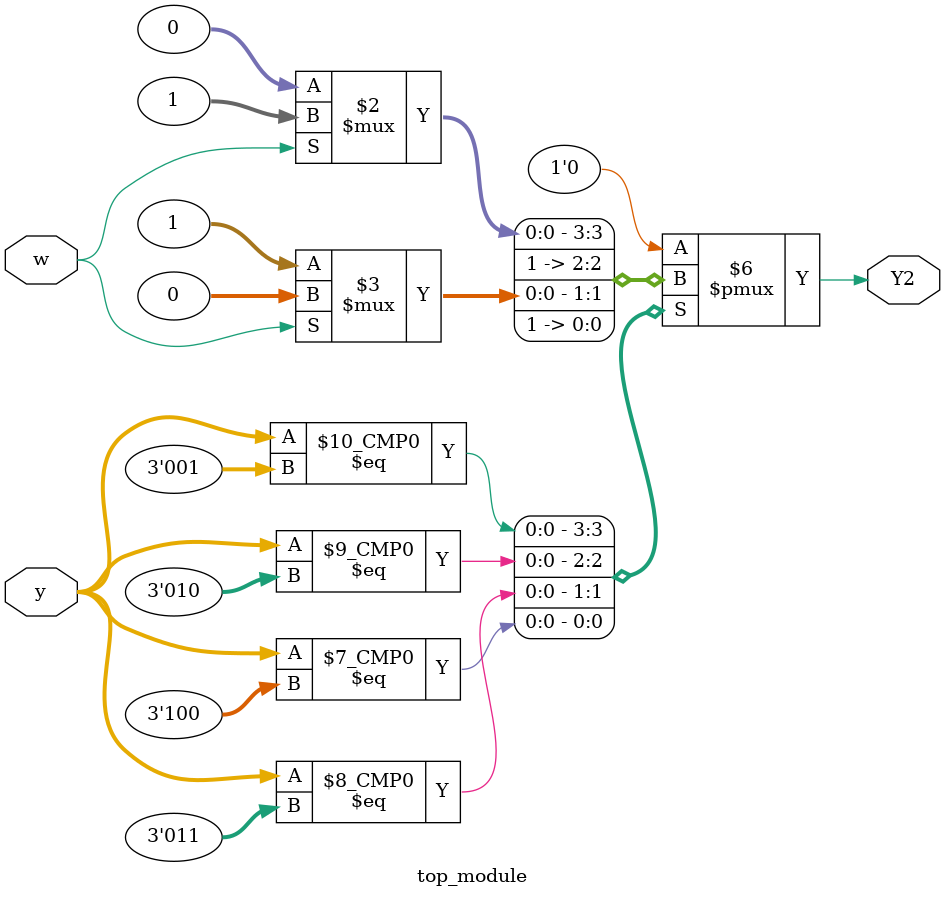
<source format=sv>
module top_module(
    input [3:1] y,
    input w,
    output reg Y2);

    // Encode states for readability
    parameter A = 3'b000;
    parameter B = 3'b001;
    parameter C = 3'b010;
    parameter D = 3'b011;
    parameter E = 3'b100;
    parameter F = 3'b101;

    always @(*) begin
        case (y)
            A: Y2 = 0;
            B: Y2 = (w) ? 1 : 0;
            C: Y2 = 1;
            D: Y2 = (w) ? 0 : 1;
            E: Y2 = 1;
            F: Y2 = 0;
            default: Y2 = 0;
        endcase
    end
endmodule

</source>
